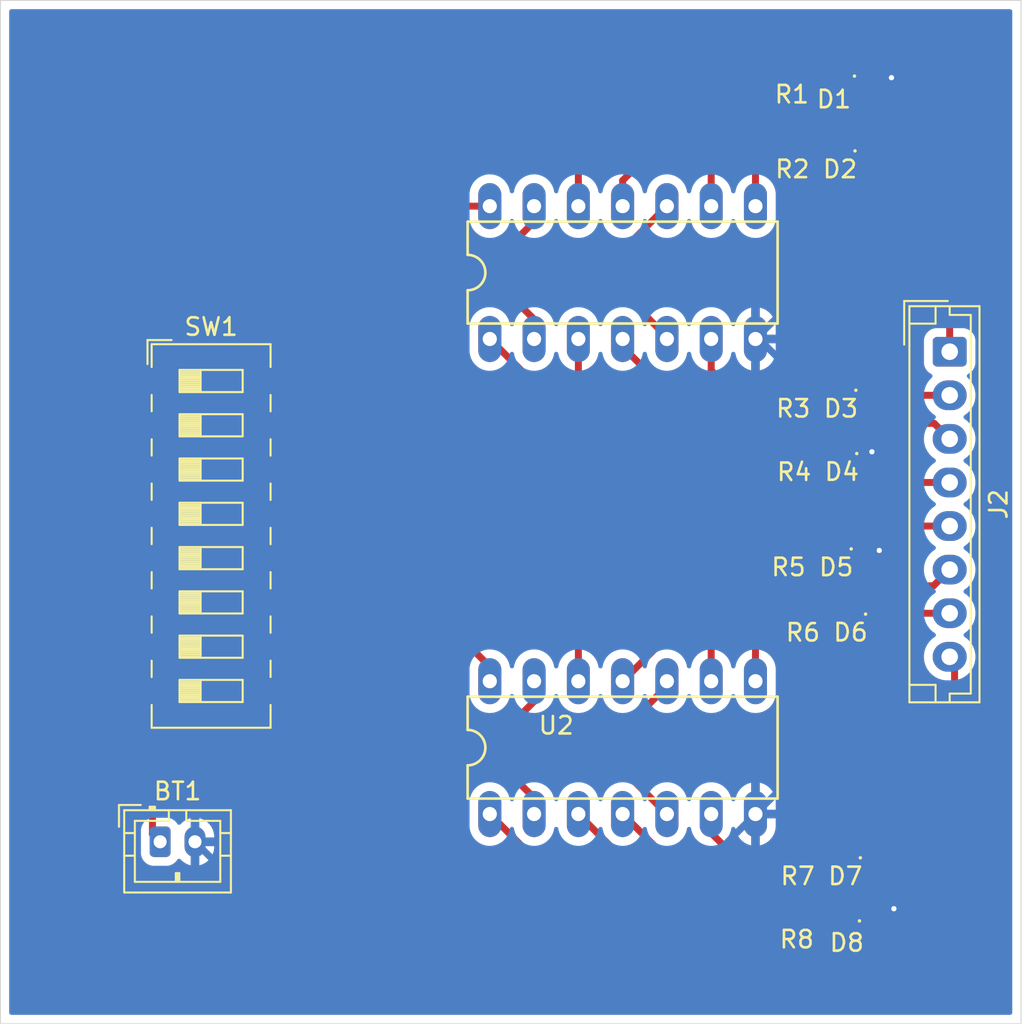
<source format=kicad_pcb>
(kicad_pcb (version 20240108) (generator "pcbnew") (generator_version "8.0")
  (layers (0 "F.Cu" signal) (31 "B.Cu" signal) (34 "B.Paste" user) (35 "F.Paste" user) (36 "B.SilkS" user "B.Silkscreen") (37 "F.SilkS" user "F.Silkscreen") (38 "B.Mask" user) (39 "F.Mask" user) (44 "Edge.Cuts" user))
  (net 0 "")
  (net 1 "GND")
  (net 2 "5V")
  (net 3 "Net-(D1-A)")
  (net 4 "Net-(D2-A)")
  (net 5 "Net-(D3-A)")
  (net 6 "Net-(D4-A)")
  (net 7 "Net-(D5-A)")
  (net 8 "Net-(D6-A)")
  (net 9 "Net-(D7-A)")
  (net 10 "Net-(D8-A)")
  (net 11 "/oc5")
  (net 12 "/oc4")
  (net 13 "/oc2")
  (net 14 "/oc6")
  (net 15 "/oc1")
  (net 16 "/oc8")
  (net 17 "/oc3")
  (net 18 "/oc7")
  (net 19 "op1")
  (net 20 "op2")
  (net 21 "op3")
  (net 22 "op4")
  (net 23 "op5")
  (net 24 "op6")
  (net 25 "op7")
  (net 26 "op8")
  (net 27 "/od8")
  (net 28 "/od1")
  (net 29 "/od5")
  (net 30 "/od2")
  (net 31 "/od7")
  (net 32 "/od4")
  (net 33 "/od3")
  (net 34 "/od6")
  (footprint "Resistor_SMD:R_0201_0603Metric" (layer "F.Cu") (at 141.53 102.75 180)
    (property "Reference" "R8" (at 0 -1.05 180) (layer "F.SilkS"))
    (property "Value" "R" (hide yes))
    (pad "1" smd roundrect (at -0.32 0 180) (size 0.46 0.4) (layers "F.Cu" "F.Mask") (net 10 "Net-(D8-A)"))
    (pad "2" smd roundrect (at 0.32 0 180) (size 0.46 0.4) (layers "F.Cu" "F.Mask") (net 26 "op8"))
  )
  (footprint "LED_SMD:LED_0201_0603Metric" (layer "F.Cu") (at 143.79 81.4 180)
    (property "Reference" "D5" (at 0 -1.05 180) (layer "F.SilkS"))
    (property "Value" "LED" (hide yes))
    (fp_circle (center -0.86 0) (end -0.81 0) (stroke (width 0.1)) (fill none) (layer "F.SilkS"))
    (pad "1" smd roundrect (at -0.32 0 180) (size 0.46 0.4) (layers "F.Cu" "F.Mask") (net 1 "GND"))
    (pad "2" smd roundrect (at 0.32 0 180) (size 0.46 0.4) (layers "F.Cu" "F.Mask") (net 7 "Net-(D5-A)"))
  )
  (footprint "Connector_JST:JST_EH_B8B-EH-A_1x08_P2.50mm_Vertical" (layer "F.Cu") (at 150.3 70.09 -90)
    (property "Reference" "J2" (at 8.75 -2.8 90) (layer "F.SilkS"))
    (property "Value" "Conn_01x08_Pin" (hide yes))
    (fp_line (start -2.91 2.61) (end -0.41 2.61) (stroke (width 0.12)) (layer "F.SilkS"))
    (fp_line (start -2.61 2.31) (end 20.11 2.31) (stroke (width 0.12)) (layer "F.SilkS"))
    (fp_line (start 20.11 2.31) (end 20.11 -1.71) (stroke (width 0.12)) (layer "F.SilkS"))
    (fp_line (start -2.61 0.81) (end -1.61 0.81) (stroke (width 0.12)) (layer "F.SilkS"))
    (fp_line (start -1.61 0.81) (end -1.61 2.31) (stroke (width 0.12)) (layer "F.SilkS"))
    (fp_line (start 19.11 0.81) (end 19.11 2.31) (stroke (width 0.12)) (layer "F.SilkS"))
    (fp_line (start 20.11 0.81) (end 19.11 0.81) (stroke (width 0.12)) (layer "F.SilkS"))
    (fp_line (start -2.91 0.11) (end -2.91 2.61) (stroke (width 0.12)) (layer "F.SilkS"))
    (fp_line (start -2.61 0) (end -2.11 0) (stroke (width 0.12)) (layer "F.SilkS"))
    (fp_line (start -2.11 0) (end -2.11 -1.21) (stroke (width 0.12)) (layer "F.SilkS"))
    (fp_line (start 19.61 0) (end 20.11 0) (stroke (width 0.12)) (layer "F.SilkS"))
    (fp_line (start -2.11 -1.21) (end 19.61 -1.21) (stroke (width 0.12)) (layer "F.SilkS"))
    (fp_line (start 19.61 -1.21) (end 19.61 0) (stroke (width 0.12)) (layer "F.SilkS"))
    (fp_line (start -2.61 -1.71) (end -2.61 2.31) (stroke (width 0.12)) (layer "F.SilkS"))
    (fp_line (start 20.11 -1.71) (end -2.61 -1.71) (stroke (width 0.12)) (layer "F.SilkS"))
    (pad "1" thru_hole roundrect (at 0 0 270) (size 1.7 1.95) (drill 0.95) (layers "*.Cu" "*.Mask") (roundrect_rratio 0.147059) (net 15 "/oc1"))
    (pad "2" thru_hole oval (at 2.5 0 270) (size 1.7 1.95) (drill 0.95) (layers "*.Cu" "*.Mask") (net 13 "/oc2"))
    (pad "3" thru_hole oval (at 5 0 270) (size 1.7 1.95) (drill 0.95) (layers "*.Cu" "*.Mask") (net 17 "/oc3"))
    (pad "4" thru_hole oval (at 7.5 0 270) (size 1.7 1.95) (drill 0.95) (layers "*.Cu" "*.Mask") (net 12 "/oc4"))
    (pad "5" thru_hole oval (at 10 0 270) (size 1.7 1.95) (drill 0.95) (layers "*.Cu" "*.Mask") (net 11 "/oc5"))
    (pad "6" thru_hole oval (at 12.5 0 270) (size 1.7 1.95) (drill 0.95) (layers "*.Cu" "*.Mask") (net 14 "/oc6"))
    (pad "7" thru_hole oval (at 15 0 270) (size 1.7 1.95) (drill 0.95) (layers "*.Cu" "*.Mask") (net 18 "/oc7"))
    (pad "8" thru_hole oval (at 17.5 0 270) (size 1.7 1.95) (drill 0.95) (layers "*.Cu" "*.Mask") (net 16 "/oc8"))
  )
  (footprint "LED_SMD:LED_0201_0603Metric" (layer "F.Cu") (at 144.615 85.14 180)
    (property "Reference" "D6" (at 0 -1.05 180) (layer "F.SilkS"))
    (property "Value" "LED" (hide yes))
    (fp_circle (center -0.86 0) (end -0.81 0) (stroke (width 0.1)) (fill none) (layer "F.SilkS"))
    (pad "1" smd roundrect (at -0.32 0 180) (size 0.46 0.4) (layers "F.Cu" "F.Mask") (net 1 "GND"))
    (pad "2" smd roundrect (at 0.32 0 180) (size 0.46 0.4) (layers "F.Cu" "F.Mask") (net 8 "Net-(D6-A)"))
  )
  (footprint "Resistor_SMD:R_0201_0603Metric" (layer "F.Cu") (at 141.375 75.94 180)
    (property "Reference" "R4" (at 0 -1.05 180) (layer "F.SilkS"))
    (property "Value" "R" (hide yes))
    (pad "1" smd roundrect (at -0.32 0 180) (size 0.46 0.4) (layers "F.Cu" "F.Mask") (net 6 "Net-(D4-A)"))
    (pad "2" smd roundrect (at 0.32 0 180) (size 0.46 0.4) (layers "F.Cu" "F.Mask") (net 22 "op4"))
  )
  (footprint "BC501SM:DIL14" (layer "F.Cu") (at 131.54 92.8)
    (property "Reference" "U2" (at -3.81 -1.27 0) (layer "F.SilkS"))
    (property "Value" "~" (hide yes))
    (fp_line (start -8.89 -2.921) (end -8.89 -1.016) (stroke (width 0.1524)) (layer "F.SilkS"))
    (fp_line (start -8.89 2.921) (end -8.89 1.016) (stroke (width 0.1524)) (layer "F.SilkS"))
    (fp_line (start -8.89 2.921) (end 8.89 2.921) (stroke (width 0.1524)) (layer "F.SilkS"))
    (fp_line (start 8.89 -2.921) (end -8.89 -2.921) (stroke (width 0.1524)) (layer "F.SilkS"))
    (fp_line (start 8.89 -2.921) (end 8.89 2.921) (stroke (width 0.1524)) (layer "F.SilkS"))
    (fp_arc (start -8.89 -1.016) (mid -7.874 0) (end -8.89 1.016) (stroke (width 0.1524)) (layer "F.SilkS"))
    (pad "1" thru_hole oval (at -7.62 3.81) (size 1.3208 2.6416) (drill 0.8128) (layers "*.Cu" "*.Mask") (net 16 "/oc8"))
    (pad "2" thru_hole oval (at -5.08 3.81) (size 1.3208 2.6416) (drill 0.8128) (layers "*.Cu" "*.Mask") (net 27 "/od8"))
    (pad "3" thru_hole oval (at -2.54 3.81) (size 1.3208 2.6416) (drill 0.8128) (layers "*.Cu" "*.Mask") (net 26 "op8"))
    (pad "4" thru_hole oval (at 0 3.81) (size 1.3208 2.6416) (drill 0.8128) (layers "*.Cu" "*.Mask") (net 18 "/oc7"))
    (pad "5" thru_hole oval (at 2.54 3.81) (size 1.3208 2.6416) (drill 0.8128) (layers "*.Cu" "*.Mask") (net 31 "/od7"))
    (pad "6" thru_hole oval (at 5.08 3.81) (size 1.3208 2.6416) (drill 0.8128) (layers "*.Cu" "*.Mask") (net 25 "op7"))
    (pad "7" thru_hole oval (at 7.62 3.81) (size 1.3208 2.6416) (drill 0.8128) (layers "*.Cu" "*.Mask") (net 1 "GND"))
    (pad "8" thru_hole oval (at 7.62 -3.81) (size 1.3208 2.6416) (drill 0.8128) (layers "*.Cu" "*.Mask") (net 24 "op6"))
    (pad "9" thru_hole oval (at 5.08 -3.81) (size 1.3208 2.6416) (drill 0.8128) (layers "*.Cu" "*.Mask") (net 14 "/oc6"))
    (pad "10" thru_hole oval (at 2.54 -3.81) (size 1.3208 2.6416) (drill 0.8128) (layers "*.Cu" "*.Mask") (net 34 "/od6"))
    (pad "11" thru_hole oval (at 0 -3.81) (size 1.3208 2.6416) (drill 0.8128) (layers "*.Cu" "*.Mask") (net 23 "op5"))
    (pad "12" thru_hole oval (at -2.54 -3.81) (size 1.3208 2.6416) (drill 0.8128) (layers "*.Cu" "*.Mask") (net 11 "/oc5"))
    (pad "13" thru_hole oval (at -5.08 -3.81) (size 1.3208 2.6416) (drill 0.8128) (layers "*.Cu" "*.Mask") (net 29 "/od5"))
    (pad "14" thru_hole oval (at -7.62 -3.81) (size 1.3208 2.6416) (drill 0.8128) (layers "*.Cu" "*.Mask") (net 2 "5V"))
  )
  (footprint "Resistor_SMD:R_0201_0603Metric" (layer "F.Cu") (at 141.88 85.15 180)
    (property "Reference" "R6" (at 0 -1.05 180) (layer "F.SilkS"))
    (property "Value" "R" (hide yes))
    (pad "1" smd roundrect (at -0.32 0 180) (size 0.46 0.4) (layers "F.Cu" "F.Mask") (net 8 "Net-(D6-A)"))
    (pad "2" smd roundrect (at 0.32 0 180) (size 0.46 0.4) (layers "F.Cu" "F.Mask") (net 24 "op6"))
  )
  (footprint "Button_Switch_SMD:SW_DIP_SPSTx08_Slide_6.7x21.88mm_W6.73mm_P2.54mm_LowProfile_JPin" (layer "F.Cu") (at 107.935 80.66)
    (property "Reference" "SW1" (at 0 -12 0) (layer "F.SilkS"))
    (property "Value" "SW_DIP_x08" (hide yes))
    (fp_line (start -3.65 -11.24) (end -3.65 -9.857) (stroke (width 0.12)) (layer "F.SilkS"))
    (fp_line (start -3.65 -11.24) (end -2.267 -11.24) (stroke (width 0.12)) (layer "F.SilkS"))
    (fp_line (start -3.41 -11) (end -3.41 -9.69) (stroke (width 0.12)) (layer "F.SilkS"))
    (fp_line (start -3.41 -11) (end 3.41 -11) (stroke (width 0.12)) (layer "F.SilkS"))
    (fp_line (start -3.41 -8.09) (end -3.41 -7.15) (stroke (width 0.12)) (layer "F.SilkS"))
    (fp_line (start -3.41 -5.55) (end -3.41 -4.61) (stroke (width 0.12)) (layer "F.SilkS"))
    (fp_line (start -3.41 -3.01) (end -3.41 -2.07) (stroke (width 0.12)) (layer "F.SilkS"))
    (fp_line (start -3.41 -0.47) (end -3.41 0.47) (stroke (width 0.12)) (layer "F.SilkS"))
    (fp_line (start -3.41 2.07) (end -3.41 3.01) (stroke (width 0.12)) (layer "F.SilkS"))
    (fp_line (start -3.41 4.61) (end -3.41 5.55) (stroke (width 0.12)) (layer "F.SilkS"))
    (fp_line (start -3.41 7.15) (end -3.41 8.09) (stroke (width 0.12)) (layer "F.SilkS"))
    (fp_line (start -3.41 9.69) (end -3.41 11.001) (stroke (width 0.12)) (layer "F.SilkS"))
    (fp_line (start -3.41 11.001) (end 3.41 11.001) (stroke (width 0.12)) (layer "F.SilkS"))
    (fp_line (start -1.81 -9.525) (end -1.81 -8.255) (stroke (width 0.12)) (layer "F.SilkS"))
    (fp_line (start -1.81 -9.405) (end -0.603333 -9.405) (stroke (width 0.12)) (layer "F.SilkS"))
    (fp_line (start -1.81 -9.285) (end -0.603333 -9.285) (stroke (width 0.12)) (layer "F.SilkS"))
    (fp_line (start -1.81 -9.165) (end -0.603333 -9.165) (stroke (width 0.12)) (layer "F.SilkS"))
    (fp_line (start -1.81 -9.045) (end -0.603333 -9.045) (stroke (width 0.12)) (layer "F.SilkS"))
    (fp_line (start -1.81 -8.925) (end -0.603333 -8.925) (stroke (width 0.12)) (layer "F.SilkS"))
    (fp_line (start -1.81 -8.805) (end -0.603333 -8.805) (stroke (width 0.12)) (layer "F.SilkS"))
    (fp_line (start -1.81 -8.685) (end -0.603333 -8.685) (stroke (width 0.12)) (layer "F.SilkS"))
    (fp_line (start -1.81 -8.565) (end -0.603333 -8.565) (stroke (width 0.12)) (layer "F.SilkS"))
    (fp_line (start -1.81 -8.445) (end -0.603333 -8.445) (stroke (width 0.12)) (layer "F.SilkS"))
    (fp_line (start -1.81 -8.325) (end -0.603333 -8.325) (stroke (width 0.12)) (layer "F.SilkS"))
    (fp_line (start -1.81 -8.255) (end 1.81 -8.255) (stroke (width 0.12)) (layer "F.SilkS"))
    (fp_line (start -1.81 -6.985) (end -1.81 -5.715) (stroke (width 0.12)) (layer "F.SilkS"))
    (fp_line (start -1.81 -6.865) (end -0.603333 -6.865) (stroke (width 0.12)) (layer "F.SilkS"))
    (fp_line (start -1.81 -6.745) (end -0.603333 -6.745) (stroke (width 0.12)) (layer "F.SilkS"))
    (fp_line (start -1.81 -6.625) (end -0.603333 -6.625) (stroke (width 0.12)) (layer "F.SilkS"))
    (fp_line (start -1.81 -6.505) (end -0.603333 -6.505) (stroke (width 0.12)) (layer "F.SilkS"))
    (fp_line (start -1.81 -6.385) (end -0.603333 -6.385) (stroke (width 0.12)) (layer "F.SilkS"))
    (fp_line (start -1.81 -6.265) (end -0.603333 -6.265) (stroke (width 0.12)) (layer "F.SilkS"))
    (fp_line (start -1.81 -6.145) (end -0.603333 -6.145) (stroke (width 0.12)) (layer "F.SilkS"))
    (fp_line (start -1.81 -6.025) (end -0.603333 -6.025) (stroke (width 0.12)) (layer "F.SilkS"))
    (fp_line (start -1.81 -5.905) (end -0.603333 -5.905) (stroke (width 0.12)) (layer "F.SilkS"))
    (fp_line (start -1.81 -5.785) (end -0.603333 -5.785) (stroke (width 0.12)) (layer "F.SilkS"))
    (fp_line (start -1.81 -5.715) (end 1.81 -5.715) (stroke (width 0.12)) (layer "F.SilkS"))
    (fp_line (start -1.81 -4.445) (end -1.81 -3.175) (stroke (width 0.12)) (layer "F.SilkS"))
    (fp_line (start -1.81 -4.325) (end -0.603333 -4.325) (stroke (width 0.12)) (layer "F.SilkS"))
    (fp_line (start -1.81 -4.205) (end -0.603333 -4.205) (stroke (width 0.12)) (layer "F.SilkS"))
    (fp_line (start -1.81 -4.085) (end -0.603333 -4.085) (stroke (width 0.12)) (layer "F.SilkS"))
    (fp_line (start -1.81 -3.965) (end -0.603333 -3.965) (stroke (width 0.12)) (layer "F.SilkS"))
    (fp_line (start -1.81 -3.845) (end -0.603333 -3.845) (stroke (width 0.12)) (layer "F.SilkS"))
    (fp_line (start -1.81 -3.725) (end -0.603333 -3.725) (stroke (width 0.12)) (layer "F.SilkS"))
    (fp_line (start -1.81 -3.605) (end -0.603333 -3.605) (stroke (width 0.12)) (layer "F.SilkS"))
    (fp_line (start -1.81 -3.485) (end -0.603333 -3.485) (stroke (width 0.12)) (layer "F.SilkS"))
    (fp_line (start -1.81 -3.365) (end -0.603333 -3.365) (stroke (width 0.12)) (layer "F.SilkS"))
    (fp_line (start -1.81 -3.245) (end -0.603333 -3.245) (stroke (width 0.12)) (layer "F.SilkS"))
    (fp_line (start -1.81 -3.175) (end 1.81 -3.175) (stroke (width 0.12)) (layer "F.SilkS"))
    (fp_line (start -1.81 -1.905) (end -1.81 -0.635) (stroke (width 0.12)) (layer "F.SilkS"))
    (fp_line (start -1.81 -1.785) (end -0.603333 -1.785) (stroke (width 0.12)) (layer "F.SilkS"))
    (fp_line (start -1.81 -1.665) (end -0.603333 -1.665) (stroke (width 0.12)) (layer "F.SilkS"))
    (fp_line (start -1.81 -1.545) (end -0.603333 -1.545) (stroke (width 0.12)) (layer "F.SilkS"))
    (fp_line (start -1.81 -1.425) (end -0.603333 -1.425) (stroke (width 0.12)) (layer "F.SilkS"))
    (fp_line (start -1.81 -1.305) (end -0.603333 -1.305) (stroke (width 0.12)) (layer "F.SilkS"))
    (fp_line (start -1.81 -1.185) (end -0.603333 -1.185) (stroke (width 0.12)) (layer "F.SilkS"))
    (fp_line (start -1.81 -1.065) (end -0.603333 -1.065) (stroke (width 0.12)) (layer "F.SilkS"))
    (fp_line (start -1.81 -0.945) (end -0.603333 -0.945) (stroke (width 0.12)) (layer "F.SilkS"))
    (fp_line (start -1.81 -0.825) (end -0.603333 -0.825) (stroke (width 0.12)) (layer "F.SilkS"))
    (fp_line (start -1.81 -0.705) (end -0.603333 -0.705) (stroke (width 0.12)) (layer "F.SilkS"))
    (fp_line (start -1.81 -0.635) (end 1.81 -0.635) (stroke (width 0.12)) (layer "F.SilkS"))
    (fp_line (start -1.81 0.635) (end -1.81 1.905) (stroke (width 0.12)) (layer "F.SilkS"))
    (fp_line (start -1.81 0.755) (end -0.603333 0.755) (stroke (width 0.12)) (layer "F.SilkS"))
    (fp_line (start -1.81 0.875) (end -0.603333 0.875) (stroke (width 0.12)) (layer "F.SilkS"))
    (fp_line (start -1.81 0.995) (end -0.603333 0.995) (stroke (width 0.12)) (layer "F.SilkS"))
    (fp_line (start -1.81 1.115) (end -0.603333 1.115) (stroke (width 0.12)) (layer "F.SilkS"))
    (fp_line (start -1.81 1.235) (end -0.603333 1.235) (stroke (width 0.12)) (layer "F.SilkS"))
    (fp_line (start -1.81 1.355) (end -0.603333 1.355) (stroke (width 0.12)) (layer "F.SilkS"))
    (fp_line (start -1.81 1.475) (end -0.603333 1.475) (stroke (width 0.12)) (layer "F.SilkS"))
    (fp_line (start -1.81 1.595) (end -0.603333 1.595) (stroke (width 0.12)) (layer "F.SilkS"))
    (fp_line (start -1.81 1.715) (end -0.603333 1.715) (stroke (width 0.12)) (layer "F.SilkS"))
    (fp_line (start -1.81 1.835) (end -0.603333 1.835) (stroke (width 0.12)) (layer "F.SilkS"))
    (fp_line (start -1.81 1.905) (end 1.81 1.905) (stroke (width 0.12)) (layer "F.SilkS"))
    (fp_line (start -1.81 3.175) (end -1.81 4.445) (stroke (width 0.12)) (layer "F.SilkS"))
    (fp_line (start -1.81 3.295) (end -0.603333 3.295) (stroke (width 0.12)) (layer "F.SilkS"))
    (fp_line (start -1.81 3.415) (end -0.603333 3.415) (stroke (width 0.12)) (layer "F.SilkS"))
    (fp_line (start -1.81 3.535) (end -0.603333 3.535) (stroke (width 0.12)) (layer "F.SilkS"))
    (fp_line (start -1.81 3.655) (end -0.603333 3.655) (stroke (width 0.12)) (layer "F.SilkS"))
    (fp_line (start -1.81 3.775) (end -0.603333 3.775) (stroke (width 0.12)) (layer "F.SilkS"))
    (fp_line (start -1.81 3.895) (end -0.603333 3.895) (stroke (width 0.12)) (layer "F.SilkS"))
    (fp_line (start -1.81 4.015) (end -0.603333 4.015) (stroke (width 0.12)) (layer "F.SilkS"))
    (fp_line (start -1.81 4.135) (end -0.603333 4.135) (stroke (width 0.12)) (layer "F.SilkS"))
    (fp_line (start -1.81 4.255) (end -0.603333 4.255) (stroke (width 0.12)) (layer "F.SilkS"))
    (fp_line (start -1.81 4.375) (end -0.603333 4.375) (stroke (width 0.12)) (layer "F.SilkS"))
    (fp_line (start -1.81 4.445) (end 1.81 4.445) (stroke (width 0.12)) (layer "F.SilkS"))
    (fp_line (start -1.81 5.715) (end -1.81 6.985) (stroke (width 0.12)) (layer "F.SilkS"))
    (fp_line (start -1.81 5.835) (end -0.603333 5.835) (stroke (width 0.12)) (layer "F.SilkS"))
    (fp_line (start -1.81 5.955) (end -0.603333 5.955) (stroke (width 0.12)) (layer "F.SilkS"))
    (fp_line (start -1.81 6.075) (end -0.603333 6.075) (stroke (width 0.12)) (layer "F.SilkS"))
    (fp_line (start -1.81 6.195) (end -0.603333 6.195) (stroke (width 0.12)) (layer "F.SilkS"))
    (fp_line (start -1.81 6.315) (end -0.603333 6.315) (stroke (width 0.12)) (layer "F.SilkS"))
    (fp_line (start -1.81 6.435) (end -0.603333 6.435) (stroke (width 0.12)) (layer "F.SilkS"))
    (fp_line (start -1.81 6.555) (end -0.603333 6.555) (stroke (width 0.12)) (layer "F.SilkS"))
    (fp_line (start -1.81 6.675) (end -0.603333 6.675) (stroke (width 0.12)) (layer "F.SilkS"))
    (fp_line (start -1.81 6.795) (end -0.603333 6.795) (stroke (width 0.12)) (layer "F.SilkS"))
    (fp_line (start -1.81 6.915) (end -0.603333 6.915) (stroke (width 0.12)) (layer "F.SilkS"))
    (fp_line (start -1.81 6.985) (end 1.81 6.985) (stroke (width 0.12)) (layer "F.SilkS"))
    (fp_line (start -1.81 8.255) (end -1.81 9.525) (stroke (width 0.12)) (layer "F.SilkS"))
    (fp_line (start -1.81 8.375) (end -0.603333 8.375) (stroke (width 0.12)) (layer "F.SilkS"))
    (fp_line (start -1.81 8.495) (end -0.603333 8.495) (stroke (width 0.12)) (layer "F.SilkS"))
    (fp_line (start -1.81 8.615) (end -0.603333 8.615) (stroke (width 0.12)) (layer "F.SilkS"))
    (fp_line (start -1.81 8.735) (end -0.603333 8.735) (stroke (width 0.12)) (layer "F.SilkS"))
    (fp_line (start -1.81 8.855) (end -0.603333 8.855) (stroke (width 0.12)) (layer "F.SilkS"))
    (fp_line (start -1.81 8.975) (end -0.603333 8.975) (stroke (width 0.12)) (layer "F.SilkS"))
    (fp_line (start -1.81 9.095) (end -0.603333 9.095) (stroke (width 0.12)) (layer "F.SilkS"))
    (fp_line (start -1.81 9.215) (end -0.603333 9.215) (stroke (width 0.12)) (layer "F.SilkS"))
    (fp_line (start -1.81 9.335) (end -0.603333 9.335) (stroke (width 0.12)) (layer "F.SilkS"))
    (fp_line (start -1.81 9.455) (end -0.603333 9.455) (stroke (width 0.12)) (layer "F.SilkS"))
    (fp_line (start -1.81 9.525) (end 1.81 9.525) (stroke (width 0.12)) (layer "F.SilkS"))
    (fp_line (start -0.603333 -9.525) (end -0.603333 -8.255) (stroke (width 0.12)) (layer "F.SilkS"))
    (fp_line (start -0.603333 -6.985) (end -0.603333 -5.715) (stroke (width 0.12)) (layer "F.SilkS"))
    (fp_line (start -0.603333 -4.445) (end -0.603333 -3.175) (stroke (width 0.12)) (layer "F.SilkS"))
    (fp_line (start -0.603333 -1.905) (end -0.603333 -0.635) (stroke (width 0.12)) (layer "F.SilkS"))
    (fp_line (start -0.603333 0.635) (end -0.603333 1.905) (stroke (width 0.12)) (layer "F.SilkS"))
    (fp_line (start -0.603333 3.175) (end -0.603333 4.445) (stroke (width 0.12)) (layer "F.SilkS"))
    (fp_line (start -0.603333 5.715) (end -0.603333 6.985) (stroke (width 0.12)) (layer "F.SilkS"))
    (fp_line (start -0.603333 8.255) (end -0.603333 9.525) (stroke (width 0.12)) (layer "F.SilkS"))
    (fp_line (start 1.81 -9.525) (end -1.81 -9.525) (stroke (width 0.12)) (layer "F.SilkS"))
    (fp_line (start 1.81 -8.255) (end 1.81 -9.525) (stroke (width 0.12)) (layer "F.SilkS"))
    (fp_line (start 1.81 -6.985) (end -1.81 -6.985) (stroke (width 0.12)) (layer "F.SilkS"))
    (fp_line (start 1.81 -5.715) (end 1.81 -6.985) (stroke (width 0.12)) (layer "F.SilkS"))
    (fp_line (start 1.81 -4.445) (end -1.81 -4.445) (stroke (width 0.12)) (layer "F.SilkS"))
    (fp_line (start 1.81 -3.175) (end 1.81 -4.445) (stroke (width 0.12)) (layer "F.SilkS"))
    (fp_line (start 1.81 -1.905) (end -1.81 -1.905) (stroke (width 0.12)) (layer "F.SilkS"))
    (fp_line (start 1.81 -0.635) (end 1.81 -1.905) (stroke (width 0.12)) (layer "F.SilkS"))
    (fp_line (start 1.81 0.635) (end -1.81 0.635) (stroke (width 0.12)) (layer "F.SilkS"))
    (fp_line (start 1.81 1.905) (end 1.81 0.635) (stroke (width 0.12)) (layer "F.SilkS"))
    (fp_line (start 1.81 3.175) (end -1.81 3.175) (stroke (width 0.12)) (layer "F.SilkS"))
    (fp_line (start 1.81 4.445) (end 1.81 3.175) (stroke (width 0.12)) (layer "F.SilkS"))
    (fp_line (start 1.81 5.715) (end -1.81 5.715) (stroke (width 0.12)) (layer "F.SilkS"))
    (fp_line (start 1.81 6.985) (end 1.81 5.715) (stroke (width 0.12)) (layer "F.SilkS"))
    (fp_line (start 1.81 8.255) (end -1.81 8.255) (stroke (width 0.12)) (layer "F.SilkS"))
    (fp_line (start 1.81 9.525) (end 1.81 8.255) (stroke (width 0.12)) (layer "F.SilkS"))
    (fp_line (start 3.41 -11) (end 3.41 -9.69) (stroke (width 0.12)) (layer "F.SilkS"))
    (fp_line (start 3.41 -8.089) (end 3.41 -7.149) (stroke (width 0.12)) (layer "F.SilkS"))
    (fp_line (start 3.41 -5.549) (end 3.41 -4.609) (stroke (width 0.12)) (layer "F.SilkS"))
    (fp_line (start 3.41 -3.009) (end 3.41 -2.069) (stroke (width 0.12)) (layer "F.SilkS"))
    (fp_line (start 3.41 -0.469) (end 3.41 0.471) (stroke (width 0.12)) (layer "F.SilkS"))
    (fp_line (start 3.41 2.071) (end 3.41 3.011) (stroke (width 0.12)) (layer "F.SilkS"))
    (fp_line (start 3.41 4.611) (end 3.41 5.551) (stroke (width 0.12)) (layer "F.SilkS"))
    (fp_line (start 3.41 7.151) (end 3.41 8.09) (stroke (width 0.12)) (layer "F.SilkS"))
    (fp_line (start 3.41 9.69) (end 3.41 11.001) (stroke (width 0.12)) (layer "F.SilkS"))
    (pad "1" smd rect (at -3.365 -8.89) (size 2.16 1.12) (layers "F.Cu" "F.Paste" "F.Mask") (net 2 "5V"))
    (pad "2" smd rect (at -3.365 -6.35) (size 2.16 1.12) (layers "F.Cu" "F.Paste" "F.Mask") (net 2 "5V"))
    (pad "3" smd rect (at -3.365 -3.81) (size 2.16 1.12) (layers "F.Cu" "F.Paste" "F.Mask") (net 2 "5V"))
    (pad "4" smd rect (at -3.365 -1.27) (size 2.16 1.12) (layers "F.Cu" "F.Paste" "F.Mask") (net 2 "5V"))
    (pad "5" smd rect (at -3.365 1.27) (size 2.16 1.12) (layers "F.Cu" "F.Paste" "F.Mask") (net 2 "5V"))
    (pad "6" smd rect (at -3.365 3.81) (size 2.16 1.12) (layers "F.Cu" "F.Paste" "F.Mask") (net 2 "5V"))
    (pad "7" smd rect (at -3.365 6.35) (size 2.16 1.12) (layers "F.Cu" "F.Paste" "F.Mask") (net 2 "5V"))
    (pad "8" smd rect (at -3.365 8.89) (size 2.16 1.12) (layers "F.Cu" "F.Paste" "F.Mask") (net 2 "5V"))
    (pad "9" smd rect (at 3.365 8.89) (size 2.16 1.12) (layers "F.Cu" "F.Paste" "F.Mask") (net 27 "/od8"))
    (pad "10" smd rect (at 3.365 6.35) (size 2.16 1.12) (layers "F.Cu" "F.Paste" "F.Mask") (net 31 "/od7"))
    (pad "11" smd rect (at 3.365 3.81) (size 2.16 1.12) (layers "F.Cu" "F.Paste" "F.Mask") (net 34 "/od6"))
    (pad "12" smd rect (at 3.365 1.27) (size 2.16 1.12) (layers "F.Cu" "F.Paste" "F.Mask") (net 29 "/od5"))
    (pad "13" smd rect (at 3.365 -1.27) (size 2.16 1.12) (layers "F.Cu" "F.Paste" "F.Mask") (net 32 "/od4"))
    (pad "14" smd rect (at 3.365 -3.81) (size 2.16 1.12) (layers "F.Cu" "F.Paste" "F.Mask") (net 33 "/od3"))
    (pad "15" smd rect (at 3.365 -6.35) (size 2.16 1.12) (layers "F.Cu" "F.Paste" "F.Mask") (net 30 "/od2"))
    (pad "16" smd rect (at 3.365 -8.89) (size 2.16 1.12) (layers "F.Cu" "F.Paste" "F.Mask") (net 28 "/od1"))
  )
  (footprint "LED_SMD:LED_0201_0603Metric" (layer "F.Cu") (at 144.315 99.12 180)
    (property "Reference" "D7" (at 0 -1.05 180) (layer "F.SilkS"))
    (property "Value" "LED" (hide yes))
    (fp_circle (center -0.86 0) (end -0.81 0) (stroke (width 0.1)) (fill none) (layer "F.SilkS"))
    (pad "1" smd roundrect (at -0.32 0 180) (size 0.46 0.4) (layers "F.Cu" "F.Mask") (net 1 "GND"))
    (pad "2" smd roundrect (at 0.32 0 180) (size 0.46 0.4) (layers "F.Cu" "F.Mask") (net 9 "Net-(D7-A)"))
  )
  (footprint "Resistor_SMD:R_0201_0603Metric" (layer "F.Cu") (at 141.055 81.4 180)
    (property "Reference" "R5" (at 0 -1.05 180) (layer "F.SilkS"))
    (property "Value" "R" (hide yes))
    (pad "1" smd roundrect (at -0.32 0 180) (size 0.46 0.4) (layers "F.Cu" "F.Mask") (net 7 "Net-(D5-A)"))
    (pad "2" smd roundrect (at 0.32 0 180) (size 0.46 0.4) (layers "F.Cu" "F.Mask") (net 23 "op5"))
  )
  (footprint "LED_SMD:LED_0201_0603Metric" (layer "F.Cu") (at 144.265 102.74 180)
    (property "Reference" "D8" (at -0.135 -1.25 180) (layer "F.SilkS"))
    (property "Value" "LED" (hide yes))
    (fp_circle (center -0.86 0) (end -0.81 0) (stroke (width 0.1)) (fill none) (layer "F.SilkS"))
    (pad "1" smd roundrect (at -0.32 0 180) (size 0.46 0.4) (layers "F.Cu" "F.Mask") (net 1 "GND"))
    (pad "2" smd roundrect (at 0.32 0 180) (size 0.46 0.4) (layers "F.Cu" "F.Mask") (net 10 "Net-(D8-A)"))
  )
  (footprint "Resistor_SMD:R_0201_0603Metric" (layer "F.Cu") (at 141.58 99.12 180)
    (property "Reference" "R7" (at 0 -1.05 180) (layer "F.SilkS"))
    (property "Value" "R" (hide yes))
    (pad "1" smd roundrect (at -0.32 0 180) (size 0.46 0.4) (layers "F.Cu" "F.Mask") (net 9 "Net-(D7-A)"))
    (pad "2" smd roundrect (at 0.32 0 180) (size 0.46 0.4) (layers "F.Cu" "F.Mask") (net 25 "op7"))
  )
  (footprint "LED_SMD:LED_0201_0603Metric" (layer "F.Cu") (at 144.11 75.93 180)
    (property "Reference" "D4" (at 0 -1.05 180) (layer "F.SilkS"))
    (property "Value" "LED" (hide yes))
    (fp_circle (center -0.86 0) (end -0.81 0) (stroke (width 0.1)) (fill none) (layer "F.SilkS"))
    (pad "1" smd roundrect (at -0.32 0 180) (size 0.46 0.4) (layers "F.Cu" "F.Mask") (net 1 "GND"))
    (pad "2" smd roundrect (at 0.32 0 180) (size 0.46 0.4) (layers "F.Cu" "F.Mask") (net 6 "Net-(D4-A)"))
  )
  (footprint "LED_SMD:LED_0201_0603Metric" (layer "F.Cu") (at 144.06 72.3 180)
    (property "Reference" "D3" (at 0 -1.05 180) (layer "F.SilkS"))
    (property "Value" "LED" (hide yes))
    (fp_circle (center -0.86 0) (end -0.81 0) (stroke (width 0.1)) (fill none) (layer "F.SilkS"))
    (pad "1" smd roundrect (at -0.32 0 180) (size 0.46 0.4) (layers "F.Cu" "F.Mask") (net 1 "GND"))
    (pad "2" smd roundrect (at 0.32 0 180) (size 0.46 0.4) (layers "F.Cu" "F.Mask") (net 5 "Net-(D3-A)"))
  )
  (footprint "LED_SMD:LED_0201_0603Metric" (layer "F.Cu") (at 144.01 58.57 180)
    (property "Reference" "D2" (at 0 -1.05 180) (layer "F.SilkS"))
    (property "Value" "LED" (hide yes))
    (fp_circle (center -0.86 0) (end -0.81 0) (stroke (width 0.1)) (fill none) (layer "F.SilkS"))
    (pad "1" smd roundrect (at -0.32 0 180) (size 0.46 0.4) (layers "F.Cu" "F.Mask") (net 1 "GND"))
    (pad "2" smd roundrect (at 0.32 0 180) (size 0.46 0.4) (layers "F.Cu" "F.Mask") (net 4 "Net-(D2-A)"))
  )
  (footprint "Connector_JST:JST_PH_B2B-PH-K_1x02_P2.00mm_Vertical" (layer "F.Cu") (at 105.01 98.2)
    (property "Reference" "BT1" (at 1 -2.9 0) (layer "F.SilkS"))
    (property "Value" "Battery" (hide yes))
    (fp_line (start -2.36 -2.11) (end -2.36 -0.86) (stroke (width 0.12)) (layer "F.SilkS"))
    (fp_line (start -2.06 -1.81) (end -2.06 2.91) (stroke (width 0.12)) (layer "F.SilkS"))
    (fp_line (start -2.06 -0.5) (end -1.45 -0.5) (stroke (width 0.12)) (layer "F.SilkS"))
    (fp_line (start -2.06 0.8) (end -1.45 0.8) (stroke (width 0.12)) (layer "F.SilkS"))
    (fp_line (start -2.06 2.91) (end 4.06 2.91) (stroke (width 0.12)) (layer "F.SilkS"))
    (fp_line (start -1.45 -1.2) (end -1.45 2.3) (stroke (width 0.12)) (layer "F.SilkS"))
    (fp_line (start -1.45 2.3) (end 3.45 2.3) (stroke (width 0.12)) (layer "F.SilkS"))
    (fp_line (start -1.11 -2.11) (end -2.36 -2.11) (stroke (width 0.12)) (layer "F.SilkS"))
    (fp_line (start -0.6 -2.01) (end -0.6 -1.81) (stroke (width 0.12)) (layer "F.SilkS"))
    (fp_line (start -0.3 -2.01) (end -0.6 -2.01) (stroke (width 0.12)) (layer "F.SilkS"))
    (fp_line (start -0.3 -1.91) (end -0.6 -1.91) (stroke (width 0.12)) (layer "F.SilkS"))
    (fp_line (start -0.3 -1.81) (end -0.3 -2.01) (stroke (width 0.12)) (layer "F.SilkS"))
    (fp_line (start 0.5 -1.81) (end 0.5 -1.2) (stroke (width 0.12)) (layer "F.SilkS"))
    (fp_line (start 0.5 -1.2) (end -1.45 -1.2) (stroke (width 0.12)) (layer "F.SilkS"))
    (fp_line (start 0.9 1.8) (end 1.1 1.8) (stroke (width 0.12)) (layer "F.SilkS"))
    (fp_line (start 0.9 2.3) (end 0.9 1.8) (stroke (width 0.12)) (layer "F.SilkS"))
    (fp_line (start 1 2.3) (end 1 1.8) (stroke (width 0.12)) (layer "F.SilkS"))
    (fp_line (start 1.1 1.8) (end 1.1 2.3) (stroke (width 0.12)) (layer "F.SilkS"))
    (fp_line (start 1.5 -1.2) (end 1.5 -1.81) (stroke (width 0.12)) (layer "F.SilkS"))
    (fp_line (start 3.45 -1.2) (end 1.5 -1.2) (stroke (width 0.12)) (layer "F.SilkS"))
    (fp_line (start 3.45 2.3) (end 3.45 -1.2) (stroke (width 0.12)) (layer "F.SilkS"))
    (fp_line (start 4.06 -1.81) (end -2.06 -1.81) (stroke (width 0.12)) (layer "F.SilkS"))
    (fp_line (start 4.06 -0.5) (end 3.45 -0.5) (stroke (width 0.12)) (layer "F.SilkS"))
    (fp_line (start 4.06 0.8) (end 3.45 0.8) (stroke (width 0.12)) (layer "F.SilkS"))
    (fp_line (start 4.06 2.91) (end 4.06 -1.81) (stroke (width 0.12)) (layer "F.SilkS"))
    (pad "1" thru_hole roundrect (at 0 0) (size 1.2 1.75) (drill 0.75) (layers "*.Cu" "*.Mask") (roundrect_rratio 0.208333) (net 2 "5V"))
    (pad "2" thru_hole oval (at 2 0) (size 1.2 1.75) (drill 0.75) (layers "*.Cu" "*.Mask") (net 1 "GND"))
  )
  (footprint "Resistor_SMD:R_0201_0603Metric" (layer "F.Cu") (at 141.245 54.28 180)
    (property "Reference" "R1" (at 0 -1.05 180) (layer "F.SilkS"))
    (property "Value" "R" (hide yes))
    (pad "1" smd roundrect (at -0.32 0 180) (size 0.46 0.4) (layers "F.Cu" "F.Mask") (net 3 "Net-(D1-A)"))
    (pad "2" smd roundrect (at 0.32 0 180) (size 0.46 0.4) (layers "F.Cu" "F.Mask") (net 19 "op1"))
  )
  (footprint "BC501SM:DIL14" (layer "F.Cu") (at 131.54 65.55)
    (property "Reference" "U1" (hide yes))
    (property "Value" "~" (hide yes))
    (fp_line (start -8.89 -2.921) (end -8.89 -1.016) (stroke (width 0.1524)) (layer "F.SilkS"))
    (fp_line (start -8.89 2.921) (end -8.89 1.016) (stroke (width 0.1524)) (layer "F.SilkS"))
    (fp_line (start -8.89 2.921) (end 8.89 2.921) (stroke (width 0.1524)) (layer "F.SilkS"))
    (fp_line (start 8.89 -2.921) (end -8.89 -2.921) (stroke (width 0.1524)) (layer "F.SilkS"))
    (fp_line (start 8.89 -2.921) (end 8.89 2.921) (stroke (width 0.1524)) (layer "F.SilkS"))
    (fp_arc (start -8.89 -1.016) (mid -7.874 0) (end -8.89 1.016) (stroke (width 0.1524)) (layer "F.SilkS"))
    (pad "1" thru_hole oval (at -7.62 3.81) (size 1.3208 2.6416) (drill 0.8128) (layers "*.Cu" "*.Mask") (net 12 "/oc4"))
    (pad "2" thru_hole oval (at -5.08 3.81) (size 1.3208 2.6416) (drill 0.8128) (layers "*.Cu" "*.Mask") (net 32 "/od4"))
    (pad "3" thru_hole oval (at -2.54 3.81) (size 1.3208 2.6416) (drill 0.8128) (layers "*.Cu" "*.Mask") (net 22 "op4"))
    (pad "4" thru_hole oval (at 0 3.81) (size 1.3208 2.6416) (drill 0.8128) (layers "*.Cu" "*.Mask") (net 17 "/oc3"))
    (pad "5" thru_hole oval (at 2.54 3.81) (size 1.3208 2.6416) (drill 0.8128) (layers "*.Cu" "*.Mask") (net 33 "/od3"))
    (pad "6" thru_hole oval (at 5.08 3.81) (size 1.3208 2.6416) (drill 0.8128) (layers "*.Cu" "*.Mask") (net 21 "op3"))
    (pad "7" thru_hole oval (at 7.62 3.81) (size 1.3208 2.6416) (drill 0.8128) (layers "*.Cu" "*.Mask") (net 1 "GND") (thermal_bridge_width 0.5) (thermal_gap 0.5))
    (pad "8" thru_hole oval (at 7.62 -3.81) (size 1.3208 2.6416) (drill 0.8128) (layers "*.Cu" "*.Mask") (net 20 "op2"))
    (pad "9" thru_hole oval (at 5.08 -3.81) (size 1.3208 2.6416) (drill 0.8128) (layers "*.Cu" "*.Mask") (net 13 "/oc2"))
    (pad "10" thru_hole oval (at 2.54 -3.81) (size 1.3208 2.6416) (drill 0.8128) (layers "*.Cu" "*.Mask") (net 30 "/od2"))
    (pad "11" thru_hole oval (at 0 -3.81) (size 1.3208 2.6416) (drill 0.8128) (layers "*.Cu" "*.Mask") (net 19 "op1"))
    (pad "12" thru_hole oval (at -2.54 -3.81) (size 1.3208 2.6416) (drill 0.8128) (layers "*.Cu" "*.Mask") (net 15 "/oc1"))
    (pad "13" thru_hole oval (at -5.08 -3.81) (size 1.3208 2.6416) (drill 0.8128) (layers "*.Cu" "*.Mask") (net 28 "/od1"))
    (pad "14" thru_hole oval (at -7.62 -3.81) (size 1.3208 2.6416) (drill 0.8128) (layers "*.Cu" "*.Mask") (net 2 "5V"))
  )
  (footprint "Resistor_SMD:R_0201_0603Metric" (layer "F.Cu") (at 141.275 58.57 180)
    (property "Reference" "R2" (at 0 -1.05 180) (layer "F.SilkS"))
    (property "Value" "R" (hide yes))
    (pad "1" smd roundrect (at -0.32 0 180) (size 0.46 0.4) (layers "F.Cu" "F.Mask") (net 4 "Net-(D2-A)"))
    (pad "2" smd roundrect (at 0.32 0 180) (size 0.46 0.4) (layers "F.Cu" "F.Mask") (net 20 "op2"))
  )
  (footprint "Resistor_SMD:R_0201_0603Metric" (layer "F.Cu") (at 141.325 72.3 180)
    (property "Reference" "R3" (at 0 -1.05 180) (layer "F.SilkS"))
    (property "Value" "R" (hide yes))
    (pad "1" smd roundrect (at -0.32 0 180) (size 0.46 0.4) (layers "F.Cu" "F.Mask") (net 5 "Net-(D3-A)"))
    (pad "2" smd roundrect (at 0.32 0 180) (size 0.46 0.4) (layers "F.Cu" "F.Mask") (net 21 "op3"))
  )
  (footprint "LED_SMD:LED_0201_0603Metric" (layer "F.Cu") (at 143.98 54.28 180)
    (property "Reference" "D1" (at 0.3225 -1.33 180) (layer "F.SilkS"))
    (property "Value" "LED" (hide yes))
    (fp_circle (center -0.86 0) (end -0.81 0) (stroke (width 0.1)) (fill none) (layer "F.SilkS"))
    (pad "1" smd roundrect (at -0.32 0 180) (size 0.46 0.4) (layers "F.Cu" "F.Mask") (net 1 "GND"))
    (pad "2" smd roundrect (at 0.32 0 180) (size 0.46 0.4) (layers "F.Cu" "F.Mask") (net 3 "Net-(D1-A)"))
  )
  (gr_rect (start 95.85 49.94) (end 154.39 108.63) (stroke (width 0.05)) (fill none) (layer "Edge.Cuts"))
  (segment (start 142.324999 96.61) (end 144.635 98.920001) (width 0.4) (layer "F.Cu") (net 1))
  (segment (start 144.635 98.920001) (end 144.635 99.12) (width 0.4) (layer "F.Cu") (net 1))
  (segment (start 146.4 102.74) (end 147.1 102.04) (width 0.4) (layer "F.Cu") (net 1))
  (segment (start 144.935 93.999999) (end 142.324999 96.61) (width 0.4) (layer "F.Cu") (net 1))
  (segment (start 144.33 58.57) (end 144.33 67.89) (width 0.4) (layer "F.Cu") (net 1))
  (segment (start 144.935 85.14) (end 144.935 93.999999) (width 0.4) (layer "F.Cu") (net 1))
  (segment (start 144.585 102.74) (end 146.4 102.74) (width 0.4) (layer "F.Cu") (net 1))
  (segment (start 144.11 81.4) (end 146.17 81.4) (width 0.4) (layer "F.Cu") (net 1))
  (segment (start 146.17 81.4) (end 146.26 81.49) (width 0.4) (layer "F.Cu") (net 1))
  (segment (start 139.16 96.61) (end 142.324999 96.61) (width 0.4) (layer "F.Cu") (net 1))
  (segment (start 145.74 75.93) (end 145.84 75.83) (width 0.4) (layer "F.Cu") (net 1))
  (segment (start 144.33 67.89) (end 142.79 69.43) (width 0.4) (layer "F.Cu") (net 1))
  (segment (start 144.3 54.28) (end 146.87 54.28) (width 0.4) (layer "F.Cu") (net 1))
  (segment (start 144.38 71.02) (end 144.38 72.3) (width 0.4) (layer "F.Cu") (net 1))
  (segment (start 142.79 69.43) (end 144.38 71.02) (width 0.4) (layer "F.Cu") (net 1))
  (segment (start 142.72 69.36) (end 142.79 69.43) (width 0.4) (layer "F.Cu") (net 1))
  (segment (start 144.43 75.93) (end 145.74 75.93) (width 0.4) (layer "F.Cu") (net 1))
  (segment (start 139.16 69.36) (end 142.72 69.36) (width 0.4) (layer "F.Cu") (net 1))
  (segment (start 146.87 54.28) (end 146.96 54.37) (width 0.4) (layer "F.Cu") (net 1))
  (via (at 147.1 102.04) (size 0.6) (drill 0.3) (layers "F.Cu" "B.Cu") (net 1))
  (via (at 146.26 81.49) (size 0.6) (drill 0.3) (layers "F.Cu" "B.Cu") (net 1))
  (via (at 146.96 54.37) (size 0.6) (drill 0.3) (layers "F.Cu" "B.Cu") (net 1))
  (via (at 145.84 75.83) (size 0.6) (drill 0.3) (layers "F.Cu" "B.Cu") (net 1))
  (segment (start 145.84 75.83) (end 139.37 69.36) (width 0.4) (layer "B.Cu") (net 1))
  (segment (start 141.67 96.61) (end 139.16 96.61) (width 0.4) (layer "B.Cu") (net 1))
  (segment (start 146.26 81.49) (end 146.26 89.51) (width 0.4) (layer "B.Cu") (net 1))
  (segment (start 147.1 102.04) (end 141.67 96.61) (width 0.4) (layer "B.Cu") (net 1))
  (segment (start 146.96 61.56) (end 139.16 69.36) (width 0.4) (layer "B.Cu") (net 1))
  (segment (start 139.37 69.36) (end 139.16 69.36) (width 0.4) (layer "B.Cu") (net 1))
  (segment (start 146.96 54.37) (end 146.96 61.56) (width 0.4) (layer "B.Cu") (net 1))
  (segment (start 133.24 102.53) (end 139.16 96.61) (width 0.4) (layer "B.Cu") (net 1))
  (segment (start 107.01 98.2) (end 111.34 102.53) (width 0.4) (layer "B.Cu") (net 1))
  (segment (start 111.34 102.53) (end 133.24 102.53) (width 0.4) (layer "B.Cu") (net 1))
  (segment (start 146.26 89.51) (end 139.16 96.61) (width 0.4) (layer "B.Cu") (net 1))
  (segment (start 123.92 88.15) (end 116.36 80.59) (width 0.4) (layer "F.Cu") (net 2))
  (segment (start 104.57 79.39) (end 104.57 76.85) (width 0.4) (layer "F.Cu") (net 2))
  (segment (start 123.92 61.74) (end 111.65 61.74) (width 0.4) (layer "F.Cu") (net 2))
  (segment (start 104.57 71.77) (end 104.57 74.31) (width 0.4) (layer "F.Cu") (net 2))
  (segment (start 104.57 68.82) (end 104.57 71.77) (width 0.4) (layer "F.Cu") (net 2))
  (segment (start 111.65 61.74) (end 104.57 68.82) (width 0.4) (layer "F.Cu") (net 2))
  (segment (start 104.57 97.76) (end 105.01 98.2) (width 0.4) (layer "F.Cu") (net 2))
  (segment (start 104.57 89.55) (end 104.57 87.01) (width 0.4) (layer "F.Cu") (net 2))
  (segment (start 104.57 89.55) (end 104.57 97.76) (width 0.4) (layer "F.Cu") (net 2))
  (segment (start 104.57 76.85) (end 104.57 74.31) (width 0.4) (layer "F.Cu") (net 2))
  (segment (start 104.57 80.59) (end 104.57 79.39) (width 0.4) (layer "F.Cu") (net 2))
  (segment (start 123.92 88.99) (end 123.92 88.15) (width 0.4) (layer "F.Cu") (net 2))
  (segment (start 104.57 81.93) (end 104.57 80.59) (width 0.4) (layer "F.Cu") (net 2))
  (segment (start 116.36 80.59) (end 104.57 80.59) (width 0.4) (layer "F.Cu") (net 2))
  (segment (start 104.57 84.47) (end 104.57 81.93) (width 0.4) (layer "F.Cu") (net 2))
  (segment (start 104.57 87.01) (end 104.57 84.47) (width 0.4) (layer "F.Cu") (net 2))
  (segment (start 141.565 54.28) (end 143.66 54.28) (width 0.4) (layer "F.Cu") (net 3))
  (segment (start 141.595 58.57) (end 143.69 58.57) (width 0.4) (layer "F.Cu") (net 4))
  (segment (start 141.645 72.3) (end 143.74 72.3) (width 0.4) (layer "F.Cu") (net 5))
  (segment (start 143.78 75.94) (end 143.79 75.93) (width 0.4) (layer "F.Cu") (net 6))
  (segment (start 141.695 75.94) (end 143.78 75.94) (width 0.4) (layer "F.Cu") (net 6))
  (segment (start 143.585001 75.94) (end 143.595001 75.93) (width 0.4) (layer "F.Cu") (net 6))
  (segment (start 141.375 81.4) (end 143.47 81.4) (width 0.4) (layer "F.Cu") (net 7))
  (segment (start 144.285 85.15) (end 144.295 85.14) (width 0.4) (layer "F.Cu") (net 8))
  (segment (start 144.090001 85.15) (end 144.100001 85.14) (width 0.4) (layer "F.Cu") (net 8))
  (segment (start 142.2 85.15) (end 144.285 85.15) (width 0.4) (layer "F.Cu") (net 8))
  (segment (start 141.9 99.12) (end 143.995 99.12) (width 0.4) (layer "F.Cu") (net 9))
  (segment (start 143.740001 102.75) (end 143.750001 102.74) (width 0.4) (layer "F.Cu") (net 10))
  (segment (start 141.85 102.75) (end 143.935 102.75) (width 0.4) (layer "F.Cu") (net 10))
  (segment (start 143.935 102.75) (end 143.945 102.74) (width 0.4) (layer "F.Cu") (net 10))
  (segment (start 135.99 80.09) (end 150.3 80.09) (width 0.4) (layer "F.Cu") (net 11))
  (segment (start 129 87.08) (end 135.99 80.09) (width 0.4) (layer "F.Cu") (net 11))
  (segment (start 129 88.99) (end 129 87.08) (width 0.4) (layer "F.Cu") (net 11))
  (segment (start 123.92 69.36) (end 132.15 77.59) (width 0.4) (layer "F.Cu") (net 12))
  (segment (start 132.15 77.59) (end 150.3 77.59) (width 0.4) (layer "F.Cu") (net 12))
  (segment (start 139.18 56.53) (end 136.62 59.09) (width 0.4) (layer "F.Cu") (net 13))
  (segment (start 150.3 72.59) (end 147.13 72.59) (width 0.4) (layer "F.Cu") (net 13))
  (segment (start 147.13 57.57) (end 146.09 56.53) (width 0.4) (layer "F.Cu") (net 13))
  (segment (start 139.18 56.53) (end 146.09 56.53) (width 0.4) (layer "F.Cu") (net 13))
  (segment (start 147.13 72.59) (end 147.13 57.57) (width 0.4) (layer "F.Cu") (net 13))
  (segment (start 136.62 59.09) (end 136.62 61.74) (width 0.4) (layer "F.Cu") (net 13))
  (segment (start 140.17 83.52) (end 149.37 83.52) (width 0.4) (layer "F.Cu") (net 14))
  (segment (start 136.62 87.07) (end 140.17 83.52) (width 0.4) (layer "F.Cu") (net 14))
  (segment (start 136.62 88.99) (end 136.62 87.07) (width 0.4) (layer "F.Cu") (net 14))
  (segment (start 149.37 83.52) (end 150.3 82.59) (width 0.4) (layer "F.Cu") (net 14))
  (segment (start 129 59.59) (end 135.6 52.99) (width 0.4) (layer "F.Cu") (net 15))
  (segment (start 135.6 52.99) (end 149.01 52.99) (width 0.4) (layer "F.Cu") (net 15))
  (segment (start 150.3 54.28) (end 150.3 70.09) (width 0.4) (layer "F.Cu") (net 15))
  (segment (start 129 61.74) (end 129 59.59) (width 0.4) (layer "F.Cu") (net 15))
  (segment (start 149.01 52.99) (end 150.3 54.28) (width 0.4) (layer "F.Cu") (net 15))
  (segment (start 150.58 101.73) (end 150.58 87.87) (width 0.4) (layer "F.Cu") (net 16))
  (segment (start 150.61 101.76) (end 150.58 101.73) (width 0.4) (layer "F.Cu") (net 16))
  (segment (start 131.66 104.35) (end 148.02 104.35) (width 0.4) (layer "F.Cu") (net 16))
  (segment (start 123.92 96.61) (end 131.66 104.35) (width 0.4) (layer "F.Cu") (net 16))
  (segment (start 150.58 87.87) (end 150.3 87.59) (width 0.4) (layer "F.Cu") (net 16))
  (segment (start 148.02 104.35) (end 150.61 101.76) (width 0.4) (layer "F.Cu") (net 16))
  (segment (start 149.41 74.2) (end 150.3 75.09) (width 0.4) (layer "F.Cu") (net 17))
  (segment (start 131.54 69.36) (end 131.54 69.81) (width 0.4) (layer "F.Cu") (net 17))
  (segment (start 131.54 69.81) (end 135.93 74.2) (width 0.4) (layer "F.Cu") (net 17))
  (segment (start 135.93 74.2) (end 149.41 74.2) (width 0.4) (layer "F.Cu") (net 17))
  (segment (start 147.3 86.29) (end 147.3 99.2) (width 0.4) (layer "F.Cu") (net 18))
  (segment (start 150.3 85.09) (end 148.5 85.09) (width 0.4) (layer "F.Cu") (net 18))
  (segment (start 148.5 85.09) (end 147.3 86.29) (width 0.4) (layer "F.Cu") (net 18))
  (segment (start 145.64 100.86) (end 147.3 99.2) (width 0.4) (layer "F.Cu") (net 18))
  (segment (start 145.64 100.86) (end 135.79 100.86) (width 0.4) (layer "F.Cu") (net 18))
  (segment (start 135.79 100.86) (end 131.54 96.61) (width 0.4) (layer "F.Cu") (net 18))
  (segment (start 131.54 61.74) (end 131.54 60.27) (width 0.4) (layer "F.Cu") (net 19))
  (segment (start 131.54 60.27) (end 137.53 54.28) (width 0.4) (layer "F.Cu") (net 19))
  (segment (start 137.53 54.28) (end 140.925 54.28) (width 0.4) (layer "F.Cu") (net 19))
  (segment (start 139.16 59.39) (end 139.98 58.57) (width 0.4) (layer "F.Cu") (net 20))
  (segment (start 139.16 61.74) (end 139.16 59.39) (width 0.4) (layer "F.Cu") (net 20))
  (segment (start 139.98 58.57) (end 140.955 58.57) (width 0.4) (layer "F.Cu") (net 20))
  (segment (start 136.62 71.16) (end 137.76 72.3) (width 0.4) (layer "F.Cu") (net 21))
  (segment (start 136.62 69.36) (end 136.62 71.16) (width 0.4) (layer "F.Cu") (net 21))
  (segment (start 137.76 72.3) (end 141.005 72.3) (width 0.4) (layer "F.Cu") (net 21))
  (segment (start 129 69.36) (end 129 71.64) (width 0.4) (layer "F.Cu") (net 22))
  (segment (start 133.34 75.94) (end 141.055 75.94) (width 0.4) (layer "F.Cu") (net 22))
  (segment (start 129 71.64) (end 133.32 75.96) (width 0.4) (layer "F.Cu") (net 22))
  (segment (start 133.32 75.96) (end 133.34 75.94) (width 0.4) (layer "F.Cu") (net 22))
  (segment (start 139.13 81.4) (end 140.735 81.4) (width 0.4) (layer "F.Cu") (net 23))
  (segment (start 131.54 88.99) (end 139.13 81.4) (width 0.4) (layer "F.Cu") (net 23))
  (segment (start 140.24 85.15) (end 141.56 85.15) (width 0.4) (layer "F.Cu") (net 24))
  (segment (start 139.16 88.99) (end 139.16 86.23) (width 0.4) (layer "F.Cu") (net 24))
  (segment (start 139.16 86.23) (end 140.24 85.15) (width 0.4) (layer "F.Cu") (net 24))
  (segment (start 136.62 96.61) (end 136.62 97.7) (width 0.4) (layer "F.Cu") (net 25))
  (segment (start 136.62 97.7) (end 138.04 99.12) (width 0.4) (layer "F.Cu") (net 25))
  (segment (start 138.04 99.12) (end 141.26 99.12) (width 0.4) (layer "F.Cu") (net 25))
  (segment (start 129 96.61) (end 129 97.31) (width 0.4) (layer "F.Cu") (net 26))
  (segment (start 129 96.61) (end 135.14 102.75) (width 0.4) (layer "F.Cu") (net 26))
  (segment (start 135.14 102.75) (end 141.21 102.75) (width 0.4) (layer "F.Cu") (net 26))
  (segment (start 111.3 89.55) (end 111.4 89.55) (width 0.4) (layer "F.Cu") (net 27))
  (segment (start 116.42 94.57) (end 125.35 94.57) (width 0.4) (layer "F.Cu") (net 27))
  (segment (start 111.4 89.55) (end 116.42 94.57) (width 0.4) (layer "F.Cu") (net 27))
  (segment (start 125.35 94.57) (end 126.46 95.68) (width 0.4) (layer "F.Cu") (net 27))
  (segment (start 126.46 95.68) (end 126.46 96.61) (width 0.4) (layer "F.Cu") (net 27))
  (segment (start 120.92 63.93) (end 125.16 63.93) (width 0.4) (layer "F.Cu") (net 28))
  (segment (start 111.3 71.77) (end 113.08 71.77) (width 0.4) (layer "F.Cu") (net 28))
  (segment (start 126.46 62.63) (end 126.46 61.74) (width 0.4) (layer "F.Cu") (net 28))
  (segment (start 125.16 63.93) (end 126.46 62.63) (width 0.4) (layer "F.Cu") (net 28))
  (segment (start 113.08 71.77) (end 120.92 63.93) (width 0.4) (layer "F.Cu") (net 28))
  (segment (start 126.47 90.14) (end 125.43 91.18) (width 0.4) (layer "F.Cu") (net 29))
  (segment (start 120.55 91.18) (end 111.3 81.93) (width 0.4) (layer "F.Cu") (net 29))
  (segment (start 126.46 88.99) (end 126.47 89) (width 0.4) (layer "F.Cu") (net 29))
  (segment (start 125.43 91.18) (end 120.55 91.18) (width 0.4) (layer "F.Cu") (net 29))
  (segment (start 126.47 89) (end 126.47 90.14) (width 0.4) (layer "F.Cu") (net 29))
  (segment (start 121.95 64.99) (end 130.83 64.99) (width 0.4) (layer "F.Cu") (net 30))
  (segment (start 111.3 74.31) (end 112.63 74.31) (width 0.4) (layer "F.Cu") (net 30))
  (segment (start 112.63 74.31) (end 121.95 64.99) (width 0.4) (layer "F.Cu") (net 30))
  (segment (start 130.83 64.99) (end 134.08 61.74) (width 0.4) (layer "F.Cu") (net 30))
  (segment (start 130.99 93.52) (end 117.81 93.52) (width 0.4) (layer "F.Cu") (net 31))
  (segment (start 134.08 96.61) (end 130.99 93.52) (width 0.4) (layer "F.Cu") (net 31))
  (segment (start 134.08 96.61) (end 134.08 95.56) (width 0.4) (layer "F.Cu") (net 31))
  (segment (start 117.81 93.52) (end 111.3 87.01) (width 0.4) (layer "F.Cu") (net 31))
  (segment (start 123.42 67.05) (end 125.28 67.05) (width 0.4) (layer "F.Cu") (net 32))
  (segment (start 111.3 79.17) (end 123.42 67.05) (width 0.4) (layer "F.Cu") (net 32))
  (segment (start 125.28 67.05) (end 126.46 68.23) (width 0.4) (layer "F.Cu") (net 32))
  (segment (start 111.3 79.39) (end 111.3 79.17) (width 0.4) (layer "F.Cu") (net 32))
  (segment (start 126.46 68.23) (end 126.46 69.36) (width 0.4) (layer "F.Cu") (net 32))
  (segment (start 130.83 65.99) (end 134.08 69.24) (width 0.4) (layer "F.Cu") (net 33))
  (segment (start 134.08 69.24) (end 134.08 69.36) (width 0.4) (layer "F.Cu") (net 33))
  (segment (start 122.7 65.99) (end 130.83 65.99) (width 0.4) (layer "F.Cu") (net 33))
  (segment (start 111.84 76.85) (end 122.7 65.99) (width 0.4) (layer "F.Cu") (net 33))
  (segment (start 111.3 76.85) (end 111.84 76.85) (width 0.4) (layer "F.Cu") (net 33))
  (segment (start 134.08 89.28) (end 134.08 88.99) (width 0.4) (layer "F.Cu") (net 34))
  (segment (start 119.12 92.29) (end 131.07 92.29) (width 0.4) (layer "F.Cu") (net 34))
  (segment (start 111.3 84.47) (end 119.12 92.29) (width 0.4) (layer "F.Cu") (net 34))
  (segment (start 131.07 92.29) (end 134.08 89.28) (width 0.4) (layer "F.Cu") (net 34))
  (zone (net 1) (net_name "GND") (layer "B.Cu") (connect_pads (clearance 0.5)) (min_thickness 0.25) (fill yes (thermal_gap 0.5) (thermal_bridge_width 0.5))
    (polygon (pts (xy 95.99 50) (xy 154.37 50.08) (xy 154.45 108.62) (xy 95.91 108.54) (xy 95.91 50.08)))
  )
)
</source>
